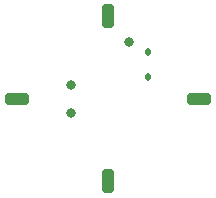
<source format=gbs>
G04 #@! TF.GenerationSoftware,KiCad,Pcbnew,8.0.8*
G04 #@! TF.CreationDate,2025-02-24T20:20:40+01:00*
G04 #@! TF.ProjectId,amoeba-ulp,616d6f65-6261-42d7-956c-702e6b696361,rev?*
G04 #@! TF.SameCoordinates,Original*
G04 #@! TF.FileFunction,Soldermask,Bot*
G04 #@! TF.FilePolarity,Negative*
%FSLAX46Y46*%
G04 Gerber Fmt 4.6, Leading zero omitted, Abs format (unit mm)*
G04 Created by KiCad (PCBNEW 8.0.8) date 2025-02-24 20:20:40*
%MOMM*%
%LPD*%
G01*
G04 APERTURE LIST*
G04 Aperture macros list*
%AMRoundRect*
0 Rectangle with rounded corners*
0 $1 Rounding radius*
0 $2 $3 $4 $5 $6 $7 $8 $9 X,Y pos of 4 corners*
0 Add a 4 corners polygon primitive as box body*
4,1,4,$2,$3,$4,$5,$6,$7,$8,$9,$2,$3,0*
0 Add four circle primitives for the rounded corners*
1,1,$1+$1,$2,$3*
1,1,$1+$1,$4,$5*
1,1,$1+$1,$6,$7*
1,1,$1+$1,$8,$9*
0 Add four rect primitives between the rounded corners*
20,1,$1+$1,$2,$3,$4,$5,0*
20,1,$1+$1,$4,$5,$6,$7,0*
20,1,$1+$1,$6,$7,$8,$9,0*
20,1,$1+$1,$8,$9,$2,$3,0*%
G04 Aperture macros list end*
%ADD10RoundRect,0.112500X0.112500X-0.187500X0.112500X0.187500X-0.112500X0.187500X-0.112500X-0.187500X0*%
%ADD11RoundRect,0.250000X0.750000X-0.250000X0.750000X0.250000X-0.750000X0.250000X-0.750000X-0.250000X0*%
%ADD12RoundRect,0.250000X0.250000X0.750000X-0.250000X0.750000X-0.250000X-0.750000X0.250000X-0.750000X0*%
%ADD13C,0.800000*%
G04 APERTURE END LIST*
D10*
X110500000Y-104550000D03*
X110500000Y-102450000D03*
D11*
X114800000Y-106400000D03*
X99400000Y-106400000D03*
D12*
X107100000Y-113400000D03*
X107100000Y-99400000D03*
D13*
X108900000Y-101600000D03*
X104000000Y-105200000D03*
X104000000Y-107600000D03*
M02*

</source>
